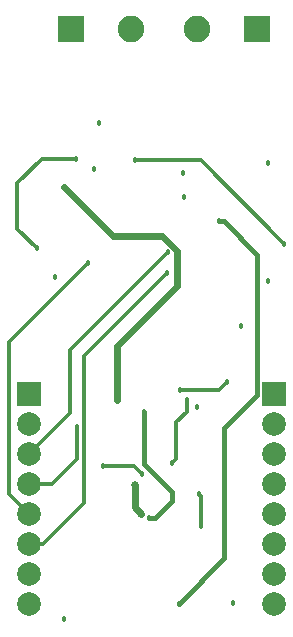
<source format=gbl>
G04*
G04 #@! TF.GenerationSoftware,Altium Limited,Altium Designer,18.1.5 (160)*
G04*
G04 Layer_Physical_Order=2*
G04 Layer_Color=16711680*
%FSLAX25Y25*%
%MOIN*%
G70*
G01*
G75*
%ADD51C,0.01181*%
%ADD52C,0.01575*%
%ADD54C,0.01000*%
%ADD55C,0.02362*%
%ADD56C,0.01772*%
%ADD57R,0.08858X0.08858*%
%ADD58C,0.08858*%
%ADD59C,0.07874*%
%ADD60R,0.07874X0.07874*%
%ADD61C,0.01800*%
%ADD62C,0.02559*%
D51*
X13091Y-63189D02*
X24606D01*
X5020Y-71260D02*
X13091Y-63189D01*
X5020Y-86516D02*
Y-71260D01*
Y-86516D02*
X11516Y-93012D01*
X44026Y-165748D02*
X46555Y-168277D01*
X33465Y-165748D02*
X44026D01*
X66142Y-185630D02*
Y-175689D01*
X66240Y-175591D01*
X65650Y-175000D02*
X66240Y-175591D01*
X2165Y-124512D02*
X28543Y-98134D01*
Y-97933D01*
X27203Y-129096D02*
X54921Y-101378D01*
X27203Y-178108D02*
Y-129096D01*
X44291Y-63779D02*
X66142D01*
X13705Y-191606D02*
X27203Y-178108D01*
X66142Y-63779D02*
X93898Y-91535D01*
X72291Y-140504D02*
X75000Y-137795D01*
X59106Y-140504D02*
X72291D01*
X8744Y-161606D02*
X22441Y-147909D01*
Y-126969D01*
X55216Y-94193D01*
X2165Y-175028D02*
Y-124512D01*
Y-175028D02*
X8744Y-181606D01*
Y-171606D02*
X16583D01*
X24803Y-163386D01*
Y-152657D01*
X56705Y-164606D02*
X57972Y-163339D01*
Y-151083D02*
X61417Y-147638D01*
X57972Y-163339D02*
Y-151083D01*
X61417Y-147638D02*
Y-143799D01*
X8744Y-191606D02*
X13705D01*
D52*
X47244Y-165157D02*
X56595Y-174508D01*
X47244Y-165157D02*
Y-147835D01*
X50886Y-183169D02*
X56595Y-177461D01*
X48917Y-183169D02*
X50886D01*
X56595Y-177461D02*
Y-174508D01*
D54*
X54921Y-101378D02*
X55020D01*
X7776Y-140638D02*
X8744Y-141606D01*
D55*
X44193Y-179429D02*
X46358Y-181595D01*
X44193Y-179429D02*
Y-171949D01*
X58268Y-105709D02*
Y-94069D01*
X38189Y-125787D02*
X58268Y-105709D01*
X38189Y-143799D02*
Y-125787D01*
X53175Y-88976D02*
X58268Y-94069D01*
X20669Y-72736D02*
X36909Y-88976D01*
X53175D01*
D56*
X72146Y-84153D02*
X73819D01*
X85016Y-95350D01*
Y-141854D02*
Y-95350D01*
X74016Y-152854D02*
X85016Y-141854D01*
X74016Y-196457D02*
Y-152854D01*
X58760Y-211713D02*
X74016Y-196457D01*
D57*
X23012Y-19980D02*
D03*
X84941Y-19882D02*
D03*
D58*
X43012Y-19980D02*
D03*
X64941Y-19882D02*
D03*
D59*
X90453Y-211811D02*
D03*
Y-201811D02*
D03*
Y-191811D02*
D03*
Y-181811D02*
D03*
Y-171811D02*
D03*
Y-161811D02*
D03*
Y-151811D02*
D03*
X8744Y-211606D02*
D03*
Y-201606D02*
D03*
Y-191606D02*
D03*
Y-181606D02*
D03*
Y-171606D02*
D03*
Y-161606D02*
D03*
Y-151606D02*
D03*
D60*
X90453Y-141811D02*
D03*
X8744Y-141606D02*
D03*
D61*
X11516Y-93012D02*
D03*
X66142Y-185630D02*
D03*
X65650Y-175000D02*
D03*
X79429Y-119095D02*
D03*
X60433Y-75984D02*
D03*
X30610Y-66732D02*
D03*
X24606Y-63189D02*
D03*
X60335Y-68110D02*
D03*
X88705Y-64535D02*
D03*
X88740Y-104012D02*
D03*
X20579Y-216724D02*
D03*
X76953Y-211488D02*
D03*
X17717Y-102756D02*
D03*
X46555Y-168277D02*
D03*
X33465Y-165748D02*
D03*
X64941Y-146161D02*
D03*
X32185Y-51378D02*
D03*
X28543Y-97933D02*
D03*
X48917Y-183169D02*
D03*
X55020Y-101378D02*
D03*
X38189Y-143799D02*
D03*
X72146Y-84153D02*
D03*
X58760Y-211713D02*
D03*
X44291Y-63779D02*
D03*
X20669Y-72736D02*
D03*
X93898Y-91535D02*
D03*
X75000Y-137795D02*
D03*
X59106Y-140504D02*
D03*
X47244Y-147835D02*
D03*
X55216Y-94193D02*
D03*
X24803Y-152657D02*
D03*
X56705Y-164606D02*
D03*
X61417Y-143799D02*
D03*
D62*
X46358Y-181595D02*
D03*
X44193Y-171949D02*
D03*
M02*

</source>
